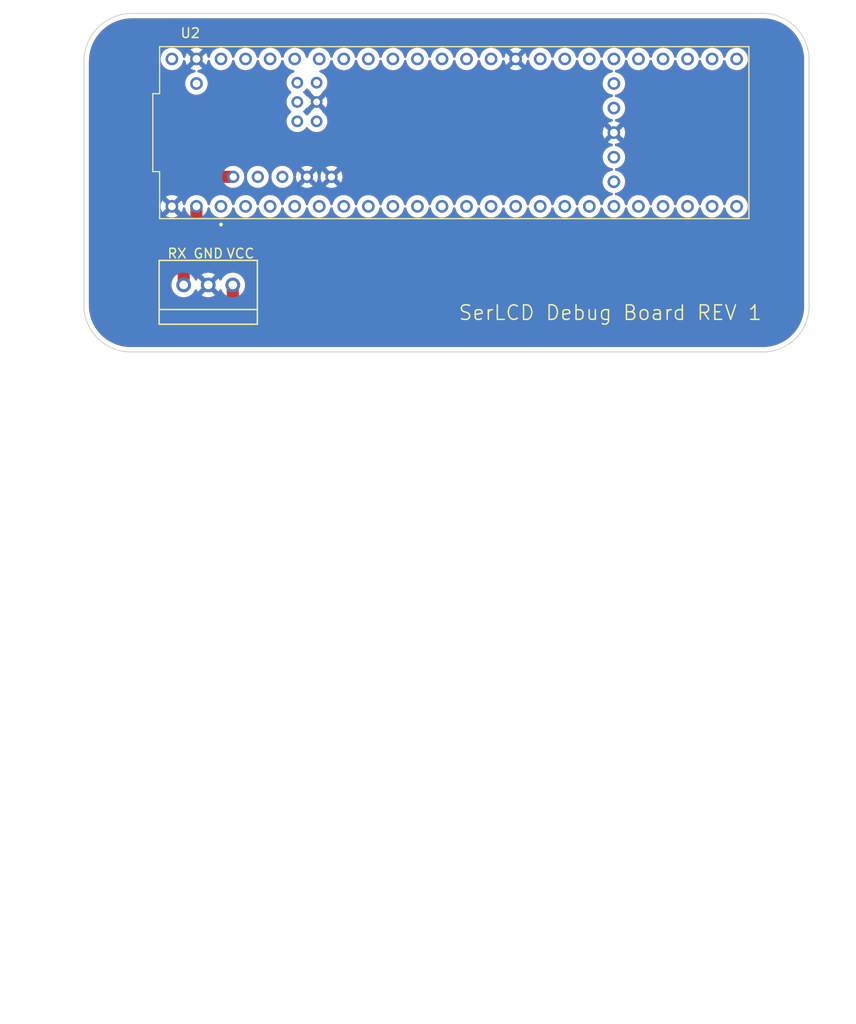
<source format=kicad_pcb>
(kicad_pcb (version 20211014) (generator pcbnew)
  (layers (0 "F.Cu" signal) (31 "B.Cu" signal) (34 "B.Paste" user) (35 "F.Paste" user) (36 "B.SilkS" user "B.Silkscreen") (37 "F.SilkS" user "F.Silkscreen") (38 "B.Mask" user) (39 "F.Mask" user) (44 "Edge.Cuts" user))
  (net 0 "")
  (net 1 "GND")
  (net 2 "Net-(U1-Pad3)")
  (net 4 "Net-(U2-Pad3.3V_1)")
  (net 11 "Net-(U1-Pad1)")
  (net 36 "VCC")
  (footprint "MRDT_Connectors:MOLEX_SL_03_Vertical" (layer "F.Cu") (at 45.3898 108.077 180)
    (fp_text reference "U1" hide)
    (fp_text value "SerLCD")
    (fp_line (start -2.54 -4.064) (end -2.54 -2.54) (layer "F.SilkS") (width 0.15))
    (fp_line (start -2.54 2.54) (end 7.62 2.54) (layer "F.SilkS") (width 0.15))
    (fp_line (start 7.62 -2.54) (end 7.62 -4.064) (layer "F.SilkS") (width 0.15))
    (fp_line (start 7.62 -2.54) (end -2.54 -2.54) (layer "F.SilkS") (width 0.15))
    (fp_line (start -2.54 2.54) (end -2.54 -2.54) (layer "F.SilkS") (width 0.15))
    (fp_line (start 7.62 -4.064) (end -2.54 -4.064) (layer "F.SilkS") (width 0.15))
    (fp_line (start 7.62 2.54) (end 7.62 -2.54) (layer "F.SilkS") (width 0.15))
    (pad "1" thru_hole circle locked (at 0 0 180) (size 1.524 1.524) (drill 0.9) (layers *.Cu *.Mask) (net 11 "Net-(U1-Pad1)"))
    (pad "2" thru_hole circle locked (at 2.54 0 180) (size 1.524 1.524) (drill 0.9) (layers *.Cu *.Mask) (net 1 "GND"))
    (pad "3" thru_hole circle locked (at 5.08 0 180) (size 1.524 1.524) (drill 0.9) (layers *.Cu *.Mask) (net 2 "Net-(U1-Pad3)"))
  )
  (footprint "MRDT_Shields:MODULE_DEV-16771" (layer "F.Cu") (at 68.3006 92.329)
    (fp_text reference "U2" (at -27.305 -10.295) (layer "F.SilkS"))
    (fp_text value "Teensy4.1_DEV-16771")
    (fp_line (start -30.48 -8.89) (end -30.48 -4.03) (layer "F.SilkS") (width 0.127))
    (fp_line (start -31.18 4.03) (end -31.18 -4.03) (layer "F.SilkS") (width 0.127))
    (fp_line (start -30.48 -4.03) (end -31.18 -4.03) (layer "F.SilkS") (width 0.127))
    (fp_line (start -30.48 8.89) (end -30.48 4.03) (layer "F.SilkS") (width 0.127))
    (fp_line (start 30.48 8.89) (end -30.48 8.89) (layer "F.SilkS") (width 0.127))
    (fp_line (start -30.48 4.03) (end -31.18 4.03) (layer "F.SilkS") (width 0.127))
    (fp_line (start -30.48 -8.89) (end 30.48 -8.89) (layer "F.SilkS") (width 0.127))
    (fp_line (start 30.48 -8.89) (end 30.48 8.89) (layer "F.SilkS") (width 0.127))
    (fp_circle (center -24.13 9.5) (end -24.03 9.5) (layer "F.SilkS") (width 0.2) (fill none))
    (pad "0" thru_hole circle locked (at -26.67 7.62) (size 1.308 1.308) (drill 0.8) (layers *.Cu *.Mask) (net 2 "Net-(U1-Pad3)"))
    (pad "1" thru_hole circle locked (at -24.13 7.62) (size 1.308 1.308) (drill 0.8) (layers *.Cu *.Mask))
    (pad "2" thru_hole circle locked (at -21.59 7.62) (size 1.308 1.308) (drill 0.8) (layers *.Cu *.Mask))
    (pad "3" thru_hole circle locked (at -19.05 7.62) (size 1.308 1.308) (drill 0.8) (layers *.Cu *.Mask))
    (pad "3.3V_1" thru_hole circle locked (at 6.35 7.62) (size 1.308 1.308) (drill 0.8) (layers *.Cu *.Mask) (net 4 "Net-(U2-Pad3.3V_1)"))
    (pad "3.3V_2" thru_hole circle locked (at -24.13 -7.62) (size 1.308 1.308) (drill 0.8) (layers *.Cu *.Mask) (net 4 "Net-(U2-Pad3.3V_1)"))
    (pad "3.3V_3" thru_hole circle locked (at 16.51 2.54) (size 1.308 1.308) (drill 0.8) (layers *.Cu *.Mask) (net 4 "Net-(U2-Pad3.3V_1)"))
    (pad "4" thru_hole circle locked (at -16.51 7.62) (size 1.308 1.308) (drill 0.8) (layers *.Cu *.Mask))
    (pad "5" thru_hole circle locked (at -13.97 7.62) (size 1.308 1.308) (drill 0.8) (layers *.Cu *.Mask))
    (pad "5V" thru_hole circle locked (at -22.86 4.57) (size 1.258 1.258) (drill 0.75) (layers *.Cu *.Mask) (net 11 "Net-(U1-Pad1)"))
    (pad "6" thru_hole circle locked (at -11.43 7.62) (size 1.308 1.308) (drill 0.8) (layers *.Cu *.Mask))
    (pad "7" thru_hole circle locked (at -8.89 7.62) (size 1.308 1.308) (drill 0.8) (layers *.Cu *.Mask))
    (pad "8" thru_hole circle locked (at -6.35 7.62) (size 1.308 1.308) (drill 0.8) (layers *.Cu *.Mask))
    (pad "9" thru_hole circle locked (at -3.81 7.62) (size 1.308 1.308) (drill 0.8) (layers *.Cu *.Mask))
    (pad "10" thru_hole circle locked (at -1.27 7.62) (size 1.308 1.308) (drill 0.8) (layers *.Cu *.Mask))
    (pad "11" thru_hole circle locked (at 1.27 7.62) (size 1.308 1.308) (drill 0.8) (layers *.Cu *.Mask))
    (pad "12" thru_hole circle locked (at 3.81 7.62) (size 1.308 1.308) (drill 0.8) (layers *.Cu *.Mask))
    (pad "13" thru_hole circle locked (at 3.81 -7.62) (size 1.308 1.308) (drill 0.8) (layers *.Cu *.Mask))
    (pad "14" thru_hole circle locked (at 1.27 -7.62) (size 1.308 1.308) (drill 0.8) (layers *.Cu *.Mask))
    (pad "15" thru_hole circle locked (at -1.27 -7.62) (size 1.308 1.308) (drill 0.8) (layers *.Cu *.Mask))
    (pad "16" thru_hole circle locked (at -3.81 -7.62) (size 1.308 1.308) (drill 0.8) (layers *.Cu *.Mask))
    (pad "17" thru_hole circle locked (at -6.35 -7.62) (size 1.308 1.308) (drill 0.8) (layers *.Cu *.Mask))
    (pad "18" thru_hole circle locked (at -8.89 -7.62) (size 1.308 1.308) (drill 0.8) (layers *.Cu *.Mask))
    (pad "19" thru_hole circle locked (at -11.43 -7.62) (size 1.308 1.308) (drill 0.8) (layers *.Cu *.Mask))
    (pad "20" thru_hole circle locked (at -13.97 -7.62) (size 1.308 1.308) (drill 0.8) (layers *.Cu *.Mask))
    (pad "21" thru_hole circle locked (at -16.51 -7.62) (size 1.308 1.308) (drill 0.8) (layers *.Cu *.Mask))
    (pad "22" thru_hole circle locked (at -19.05 -7.62) (size 1.308 1.308) (drill 0.8) (layers *.Cu *.Mask))
    (pad "23" thru_hole circle locked (at -21.59 -7.62) (size 1.308 1.308) (drill 0.8) (layers *.Cu *.Mask))
    (pad "24" thru_hole circle locked (at 8.89 7.62) (size 1.308 1.308) (drill 0.8) (layers *.Cu *.Mask))
    (pad "25" thru_hole circle locked (at 11.43 7.62) (size 1.308 1.308) (drill 0.8) (layers *.Cu *.Mask))
    (pad "26" thru_hole circle locked (at 13.97 7.62) (size 1.308 1.308) (drill 0.8) (layers *.Cu *.Mask))
    (pad "27" thru_hole circle locked (at 16.51 7.62) (size 1.308 1.308) (drill 0.8) (layers *.Cu *.Mask))
    (pad "28" thru_hole circle locked (at 19.05 7.62) (size 1.308 1.308) (drill 0.8) (layers *.Cu *.Mask))
    (pad "29" thru_hole circle locked (at 21.59 7.62) (size 1.308 1.308) (drill 0.8) (layers *.Cu *.Mask))
    (pad "30" thru_hole circle locked (at 24.13 7.62) (size 1.308 1.308) (drill 0.8) (layers *.Cu *.Mask))
    (pad "31" thru_hole circle locked (at 26.67 7.62) (size 1.308 1.308) (drill 0.8) (layers *.Cu *.Mask))
    (pad "32" thru_hole circle locked (at 29.21 7.62) (size 1.308 1.308) (drill 0.8) (layers *.Cu *.Mask))
    (pad "33" thru_hole circle locked (at 29.21 -7.62) (size 1.308 1.308) (drill 0.8) (layers *.Cu *.Mask))
    (pad "34" thru_hole circle locked (at 26.67 -7.62) (size 1.308 1.308) (drill 0.8) (layers *.Cu *.Mask))
    (pad "35" thru_hole circle locked (at 24.13 -7.62) (size 1.308 1.308) (drill 0.8) (layers *.Cu *.Mask))
    (pad "36" thru_hole circle locked (at 21.59 -7.62) (size 1.308 1.308) (drill 0.8) (layers *.Cu *.Mask))
    (pad "37" thru_hole circle locked (at 19.05 -7.62) (size 1.308 1.308) (drill 0.8) (layers *.Cu *.Mask))
    (pad "38" thru_hole circle locked (at 16.51 -7.62) (size 1.308 1.308) (drill 0.8) (layers *.Cu *.Mask))
    (pad "39" thru_hole circle locked (at 13.97 -7.62) (size 1.308 1.308) (drill 0.8) (layers *.Cu *.Mask))
    (pad "40" thru_hole circle locked (at 11.43 -7.62) (size 1.308 1.308) (drill 0.8) (layers *.Cu *.Mask))
    (pad "41" thru_hole circle locked (at 8.89 -7.62) (size 1.308 1.308) (drill 0.8) (layers *.Cu *.Mask))
    (pad "D+" thru_hole circle locked (at -17.78 4.57) (size 1.258 1.258) (drill 0.75) (layers *.Cu *.Mask))
    (pad "D-" thru_hole circle locked (at -20.32 4.57) (size 1.258 1.258) (drill 0.75) (layers *.Cu *.Mask))
    (pad "GND1" thru_hole circle locked (at -29.21 7.62) (size 1.308 1.308) (drill 0.8) (layers *.Cu *.Mask) (net 1 "GND"))
    (pad "GND2" thru_hole circle locked (at 6.35 -7.62) (size 1.308 1.308) (drill 0.8) (layers *.Cu *.Mask) (net 1 "GND"))
    (pad "GND3" thru_hole circle locked (at -26.67 -7.62) (size 1.308 1.308) (drill 0.8) (layers *.Cu *.Mask) (net 1 "GND"))
    (pad "GND4" thru_hole circle locked (at 16.51 0) (size 1.308 1.308) (drill 0.8) (layers *.Cu *.Mask) (net 1 "GND"))
    (pad "GND5" thru_hole circle locked (at -14.24 -3.17) (size 1.208 1.208) (drill 0.7) (layers *.Cu *.Mask) (net 1 "GND"))
    (pad "LED" thru_hole circle locked (at -16.24 -3.17) (size 1.208 1.208) (drill 0.7) (layers *.Cu *.Mask))
    (pad "ON/OFF" thru_hole circle locked (at 16.51 -5.08) (size 1.308 1.308) (drill 0.8) (layers *.Cu *.Mask))
    (pad "PROGRAM" thru_hole circle locked (at 16.51 -2.54) (size 1.308 1.308) (drill 0.8) (layers *.Cu *.Mask))
    (pad "R+" thru_hole circle locked (at -16.24 -5.17) (size 1.208 1.208) (drill 0.7) (layers *.Cu *.Mask))
    (pad "R-" thru_hole circle locked (at -14.24 -5.17) (size 1.208 1.208) (drill 0.7) (layers *.Cu *.Mask))
    (pad "T+" thru_hole circle locked (at -14.24 -1.17) (size 1.208 1.208) (drill 0.7) (layers *.Cu *.Mask))
    (pad "T-" thru_hole circle locked (at -16.24 -1.17) (size 1.208 1.208) (drill 0.7) (layers *.Cu *.Mask))
    (pad "USB_GND1" thru_hole circle locked (at -15.24 4.57) (size 1.258 1.258) (drill 0.75) (layers *.Cu *.Mask) (net 1 "GND"))
    (pad "USB_GND2" thru_hole circle locked (at -12.7 4.57) (size 1.258 1.258) (drill 0.75) (layers *.Cu *.Mask) (net 1 "GND"))
    (pad "VBAT" thru_hole circle locked (at 16.51 5.08) (size 1.308 1.308) (drill 0.8) (layers *.Cu *.Mask))
    (pad "VIN" thru_hole circle locked (at -29.21 -7.62) (size 1.308 1.308) (drill 0.8) (layers *.Cu *.Mask) (net 36 "VCC"))
    (pad "VUSB" thru_hole circle locked (at -26.67 -5.08) (size 1.308 1.308) (drill 0.8) (layers *.Cu *.Mask))
  )
  (gr_line (start 35 115) (end 100 115) (layer "Edge.Cuts") (width 0.1))
  (gr_arc (start 100 80) (mid 103.587522 81.412478) (end 105 85) (layer "Edge.Cuts") (width 0.1))
  (gr_line (start 35 80) (end 100 80) (layer "Edge.Cuts") (width 0.1))
  (gr_arc (start 105 110) (mid 103.604571 113.604571) (end 100 115) (layer "Edge.Cuts") (width 0.1))
  (gr_arc (start 30 85) (mid 31.453273 81.453273) (end 35 80) (layer "Edge.Cuts") (width 0.1))
  (gr_arc (start 35 115) (mid 31.411016 113.588984) (end 30 110) (layer "Edge.Cuts") (width 0.1))
  (gr_line (start 30 85) (end 30 110) (layer "Edge.Cuts") (width 0.1))
  (gr_line (start 105 85) (end 105 110) (layer "Edge.Cuts") (width 0.1))
  (gr_text "VCC\n" (at 46.1772 104.8258) (layer "F.SilkS") (effects (font (size 1 1))))
  (gr_text "GND\n" (at 42.8498 104.8258) (layer "F.SilkS") (effects (font (size 1 1))))
  (gr_text "RX" (at 39.624 104.8258) (layer "F.SilkS") (effects (font (size 1 1))))
  (gr_text "SerLCD Debug Board REV 1" (at 84.4296 110.9472) (layer "F.SilkS") (effects (font (size 1.5 1.5))))
  (segment (start 41.6306 99.949) (end 41.6306 103.2256) (width 1.25) (layer "F.Cu") (net 2))
  (segment (start 40.3098 104.5464) (end 40.3098 108.077) (width 1.25) (layer "F.Cu") (net 2))
  (segment (start 41.6306 103.2256) (end 40.3098 104.5464) (width 1.25) (layer "F.Cu") (net 2))
  (segment (start 36.6014 97.1804) (end 36.8828 96.899) (width 1.25) (layer "F.Cu") (net 11))
  (segment (start 45.3898 108.077) (end 45.3898 111.2266) (width 1.25) (layer "F.Cu") (net 11))
  (segment (start 36.8828 96.899) (end 45.4406 96.899) (width 1.25) (layer "F.Cu") (net 11))
  (segment (start 45.3898 111.2266) (end 45.2374 111.379) (width 1.25) (layer "F.Cu") (net 11))
  (segment (start 45.2374 111.379) (end 38.2016 111.379) (width 1.25) (layer "F.Cu") (net 11))
  (segment (start 36.6014 109.7788) (end 36.6014 97.1804) (width 1.25) (layer "F.Cu") (net 11))
  (segment (start 38.2016 111.379) (end 36.6014 109.7788) (width 1.25) (layer "F.Cu") (net 11))
  (zone (net 1) (net_name "GND") (layers F&B.Cu) (connect_pads (clearance 0.508)) (min_thickness 0.254) (fill yes (thermal_gap 0.508) (thermal_bridge_width 0.508))
    (polygon (pts (xy 108.0262 78.7908) (xy 106.9594 117.6782) (xy 26.3652 117.7798) (xy 26.8478 78.613)))
  )
)
</source>
